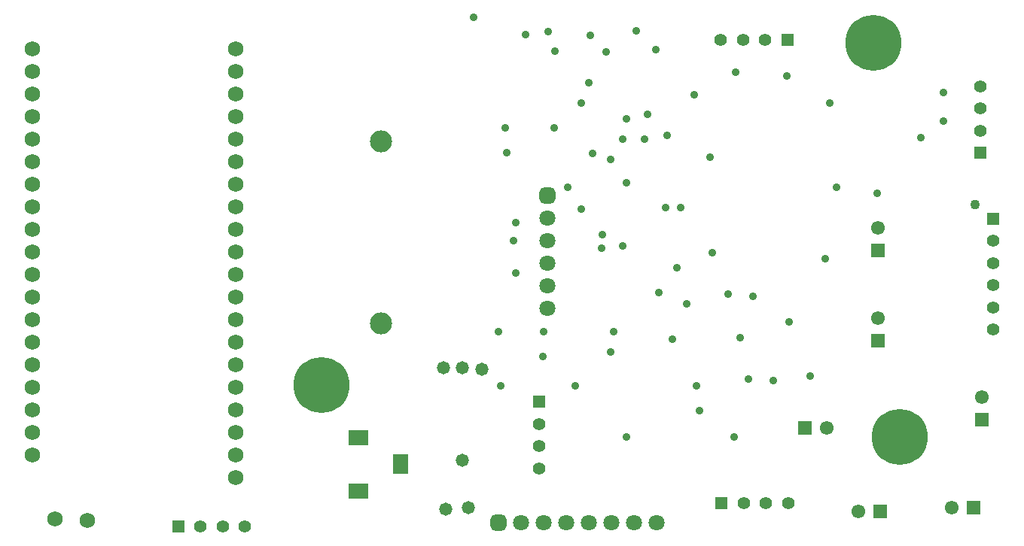
<source format=gbs>
G04*
G04 #@! TF.GenerationSoftware,Altium Limited,Altium Designer,21.4.1 (30)*
G04*
G04 Layer_Color=16711935*
%FSLAX25Y25*%
%MOIN*%
G70*
G04*
G04 #@! TF.SameCoordinates,5141BEB0-0B1F-41B6-A3F9-944F83B17515*
G04*
G04*
G04 #@! TF.FilePolarity,Negative*
G04*
G01*
G75*
%ADD66C,0.09776*%
%ADD67C,0.06800*%
%ADD68C,0.05512*%
%ADD69R,0.05512X0.05512*%
%ADD70R,0.05512X0.05512*%
%ADD71C,0.07099*%
G04:AMPARAMS|DCode=72|XSize=70.99mil|YSize=70.99mil|CornerRadius=19.75mil|HoleSize=0mil|Usage=FLASHONLY|Rotation=0.000|XOffset=0mil|YOffset=0mil|HoleType=Round|Shape=RoundedRectangle|*
%AMROUNDEDRECTD72*
21,1,0.07099,0.03150,0,0,0.0*
21,1,0.03150,0.07099,0,0,0.0*
1,1,0.03950,0.01575,-0.01575*
1,1,0.03950,-0.01575,-0.01575*
1,1,0.03950,-0.01575,0.01575*
1,1,0.03950,0.01575,0.01575*
%
%ADD72ROUNDEDRECTD72*%
G04:AMPARAMS|DCode=73|XSize=70.99mil|YSize=70.99mil|CornerRadius=19.75mil|HoleSize=0mil|Usage=FLASHONLY|Rotation=270.000|XOffset=0mil|YOffset=0mil|HoleType=Round|Shape=RoundedRectangle|*
%AMROUNDEDRECTD73*
21,1,0.07099,0.03150,0,0,270.0*
21,1,0.03150,0.07099,0,0,270.0*
1,1,0.03950,-0.01575,-0.01575*
1,1,0.03950,-0.01575,0.01575*
1,1,0.03950,0.01575,0.01575*
1,1,0.03950,0.01575,-0.01575*
%
%ADD73ROUNDEDRECTD73*%
%ADD74R,0.09068X0.06706*%
%ADD75R,0.06706X0.09068*%
%ADD76R,0.06102X0.06102*%
%ADD77R,0.06102X0.06102*%
%ADD78C,0.24800*%
%ADD79C,0.06102*%
%ADD80C,0.04331*%
%ADD81C,0.03600*%
%ADD82C,0.05800*%
D66*
X417000Y176831D02*
D03*
Y257500D02*
D03*
D67*
X262500Y158500D02*
D03*
Y148500D02*
D03*
X352500Y128500D02*
D03*
Y228500D02*
D03*
Y238500D02*
D03*
Y278500D02*
D03*
Y288500D02*
D03*
Y298500D02*
D03*
X262500Y148500D02*
D03*
Y168500D02*
D03*
Y118500D02*
D03*
Y128500D02*
D03*
Y138500D02*
D03*
Y178500D02*
D03*
Y188500D02*
D03*
Y198500D02*
D03*
Y208500D02*
D03*
Y218500D02*
D03*
Y228500D02*
D03*
Y238500D02*
D03*
Y248500D02*
D03*
Y258500D02*
D03*
Y268500D02*
D03*
Y278500D02*
D03*
Y288500D02*
D03*
Y298500D02*
D03*
X352500Y148500D02*
D03*
D03*
Y138500D02*
D03*
Y158500D02*
D03*
Y168500D02*
D03*
Y178500D02*
D03*
Y188500D02*
D03*
Y198500D02*
D03*
Y208500D02*
D03*
Y218500D02*
D03*
Y248500D02*
D03*
Y258500D02*
D03*
Y268500D02*
D03*
Y118500D02*
D03*
Y108500D02*
D03*
X287000Y89500D02*
D03*
X272500Y90000D02*
D03*
D68*
X682433Y281764D02*
D03*
Y271921D02*
D03*
Y262079D02*
D03*
X356764Y86567D02*
D03*
X346921D02*
D03*
X337079D02*
D03*
X597185Y97000D02*
D03*
X487000Y112500D02*
D03*
X688000Y173972D02*
D03*
Y183815D02*
D03*
Y193658D02*
D03*
Y203500D02*
D03*
Y213342D02*
D03*
X587000Y302500D02*
D03*
X577157D02*
D03*
X567315D02*
D03*
X577500Y97000D02*
D03*
X587343D02*
D03*
X487000Y132185D02*
D03*
Y122343D02*
D03*
D69*
X682433Y252236D02*
D03*
X487000Y142028D02*
D03*
X688000Y223185D02*
D03*
D70*
X327236Y86567D02*
D03*
X596842Y302500D02*
D03*
X567658Y97000D02*
D03*
D71*
X519000Y88500D02*
D03*
X499000D02*
D03*
X479000D02*
D03*
X489000D02*
D03*
X509000D02*
D03*
X529000D02*
D03*
X539000D02*
D03*
X490500Y183500D02*
D03*
Y193500D02*
D03*
Y213500D02*
D03*
Y223500D02*
D03*
Y203500D02*
D03*
D72*
X469000Y88500D02*
D03*
D73*
X490500Y233500D02*
D03*
D74*
X407000Y126122D02*
D03*
Y102500D02*
D03*
D75*
X425504Y114311D02*
D03*
D76*
X638000Y93500D02*
D03*
X679343Y95000D02*
D03*
X604500Y130500D02*
D03*
D77*
X683000Y134158D02*
D03*
X636933Y169079D02*
D03*
Y209079D02*
D03*
D78*
X646500Y126500D02*
D03*
X390548Y149510D02*
D03*
X635000Y301000D02*
D03*
D79*
X628158Y93500D02*
D03*
X669500Y95000D02*
D03*
X683000Y144000D02*
D03*
X614342Y130500D02*
D03*
X636933Y178921D02*
D03*
Y218921D02*
D03*
D80*
X680126Y229484D02*
D03*
D81*
X618500Y237000D02*
D03*
X581535Y188859D02*
D03*
X570623Y189877D02*
D03*
X555500Y278000D02*
D03*
X535000Y269500D02*
D03*
X472500Y252500D02*
D03*
X525500Y267500D02*
D03*
X543000Y228000D02*
D03*
X656000Y259000D02*
D03*
X576000Y170500D02*
D03*
X597500Y177500D02*
D03*
X476500Y199000D02*
D03*
X548000Y201500D02*
D03*
X607000Y153500D02*
D03*
X518500Y164000D02*
D03*
X514500Y210000D02*
D03*
X489000Y173000D02*
D03*
X520000D02*
D03*
X472000Y263500D02*
D03*
X493500D02*
D03*
X518516Y249340D02*
D03*
X510500Y252000D02*
D03*
X505541Y227539D02*
D03*
X470000Y149000D02*
D03*
X503000D02*
D03*
X469000Y173000D02*
D03*
X573368Y126298D02*
D03*
X558000Y138000D02*
D03*
X525500Y126500D02*
D03*
X530000Y306500D02*
D03*
X574049Y288127D02*
D03*
X596500Y286500D02*
D03*
X552374Y185520D02*
D03*
X556500Y149000D02*
D03*
X615500Y274500D02*
D03*
X562500Y250500D02*
D03*
X543500Y260000D02*
D03*
X533500Y258500D02*
D03*
X524000D02*
D03*
X540000Y190500D02*
D03*
X666000Y279000D02*
D03*
Y266500D02*
D03*
X590781Y151466D02*
D03*
X579500Y152000D02*
D03*
X509500Y304500D02*
D03*
X480943Y304584D02*
D03*
X458000Y312500D02*
D03*
X499500Y237000D02*
D03*
X476500Y221500D02*
D03*
X475500Y213500D02*
D03*
X515000Y216000D02*
D03*
X524000Y211000D02*
D03*
X488500Y162000D02*
D03*
X546022Y169623D02*
D03*
X525500Y239000D02*
D03*
X563500Y208000D02*
D03*
X549500Y228000D02*
D03*
X538500Y298000D02*
D03*
X516500Y297000D02*
D03*
X494000Y297500D02*
D03*
X491000Y306000D02*
D03*
X509000Y283500D02*
D03*
X505500Y274500D02*
D03*
X636500Y234500D02*
D03*
X613500Y205500D02*
D03*
D82*
X453000Y116000D02*
D03*
X461500Y156500D02*
D03*
X444500Y157000D02*
D03*
X453000D02*
D03*
X455500Y95000D02*
D03*
X445500Y94500D02*
D03*
M02*

</source>
